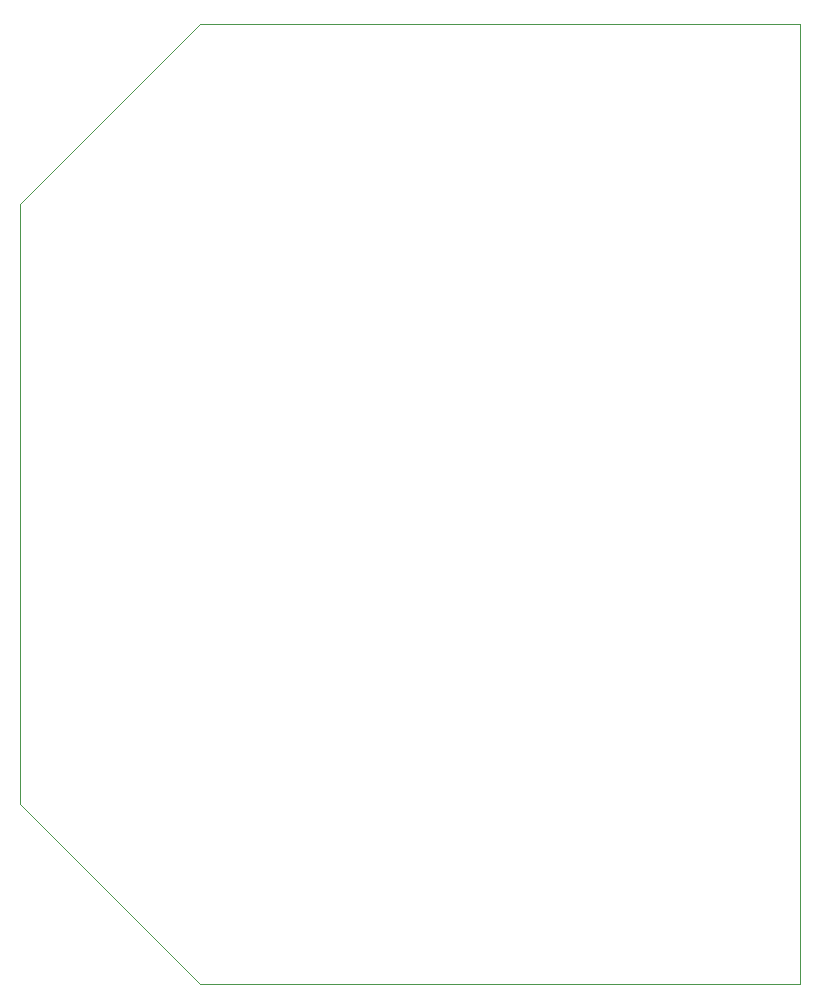
<source format=gbr>
G04 #@! TF.GenerationSoftware,KiCad,Pcbnew,5.1.5-52549c5~84~ubuntu18.04.1*
G04 #@! TF.CreationDate,2020-01-18T14:29:20-05:00*
G04 #@! TF.ProjectId,datapod_IR_splitter,64617461-706f-4645-9f49-525f73706c69,rev?*
G04 #@! TF.SameCoordinates,Original*
G04 #@! TF.FileFunction,Profile,NP*
%FSLAX46Y46*%
G04 Gerber Fmt 4.6, Leading zero omitted, Abs format (unit mm)*
G04 Created by KiCad (PCBNEW 5.1.5-52549c5~84~ubuntu18.04.1) date 2020-01-18 14:29:20*
%MOMM*%
%LPD*%
G04 APERTURE LIST*
%ADD10C,0.050000*%
G04 APERTURE END LIST*
D10*
X106680000Y-81280000D02*
X106680000Y-132080000D01*
X172720000Y-147320000D02*
X121920000Y-147320000D01*
X121920000Y-66040000D02*
X106680000Y-81280000D01*
X121920000Y-147320000D02*
X106680000Y-132080000D01*
X129540000Y-66040000D02*
X129540000Y-66040000D01*
X172720000Y-66040000D02*
X172720000Y-147320000D01*
X121920000Y-66040000D02*
X172720000Y-66040000D01*
M02*

</source>
